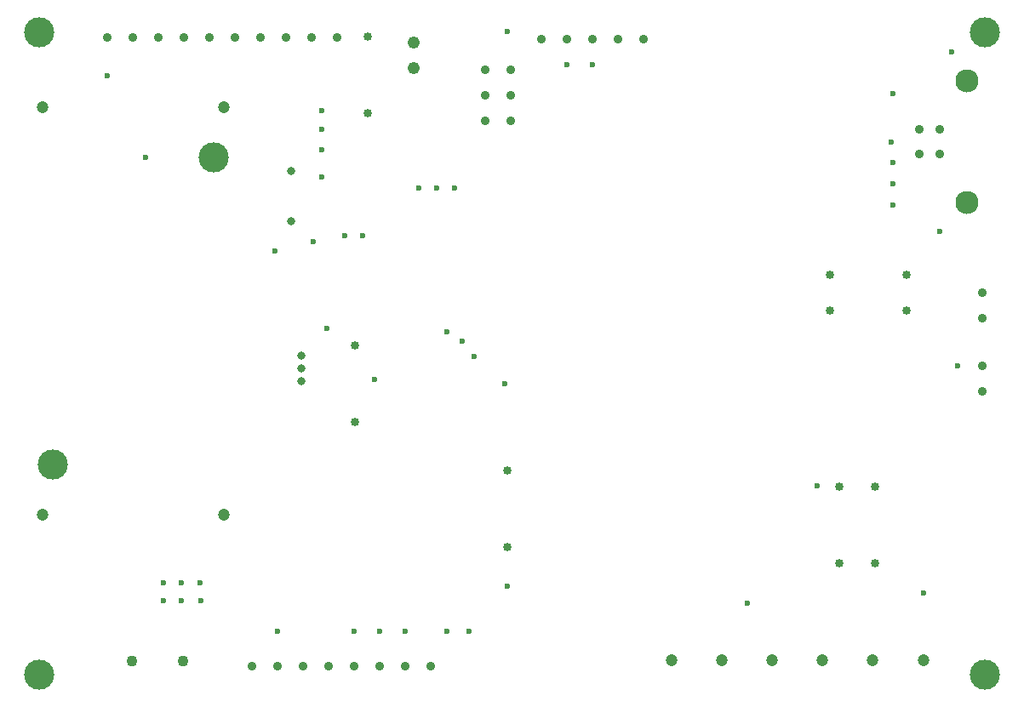
<source format=gbr>
%TF.GenerationSoftware,Altium Limited,Altium Designer,22.8.2 (66)*%
G04 Layer_Color=0*
%FSLAX45Y45*%
%MOMM*%
%TF.SameCoordinates,BD556100-397B-4985-8EB5-C039F1F1876F*%
%TF.FilePolarity,Positive*%
%TF.FileFunction,Plated,1,2,PTH,Drill*%
%TF.Part,Single*%
G01*
G75*
%TA.AperFunction,ComponentDrill*%
%ADD97C,1.20000*%
%ADD98C,3.00000*%
%ADD99C,0.85000*%
%ADD100C,0.90000*%
%ADD101C,0.80000*%
%ADD102C,0.90000*%
%ADD103C,0.85000*%
%ADD104C,1.21000*%
%TA.AperFunction,OtherDrill,Pad Free-18 (3mm,67mm)*%
%ADD105C,3.00000*%
%TA.AperFunction,OtherDrill,Pad Free-18 (97mm,67mm)*%
%ADD106C,3.00000*%
%TA.AperFunction,OtherDrill,Pad Free-18 (97mm,3mm)*%
%ADD107C,3.00000*%
%TA.AperFunction,OtherDrill,Pad Free-18 (3mm,3mm)*%
%ADD108C,3.00000*%
%TA.AperFunction,ComponentDrill*%
%ADD109C,0.80000*%
%ADD110C,1.10000*%
%ADD111C,2.30000*%
%TA.AperFunction,ViaDrill,NotFilled*%
%ADD112C,0.60000*%
D97*
X332000Y1898300D02*
D03*
X2132000D02*
D03*
X332000Y5948300D02*
D03*
X2132000D02*
D03*
X9089900Y444500D02*
D03*
X8589900D02*
D03*
X8089900D02*
D03*
X7589900D02*
D03*
X7089900D02*
D03*
X6589900D02*
D03*
D98*
X2032000Y5448300D02*
D03*
X432000Y2398300D02*
D03*
D99*
X8166100Y3924300D02*
D03*
X8928100D02*
D03*
Y4279900D02*
D03*
X8166100D02*
D03*
X4953000Y1575800D02*
D03*
Y2335800D02*
D03*
D100*
X9680100Y3124200D02*
D03*
Y3378200D02*
D03*
X4737100Y6324600D02*
D03*
X4991100D02*
D03*
X4737100Y6070600D02*
D03*
X4991100D02*
D03*
X4737100Y5816600D02*
D03*
X4991100D02*
D03*
X9677400Y4102100D02*
D03*
Y3848100D02*
D03*
X9255000Y5733300D02*
D03*
Y5483300D02*
D03*
X9055000D02*
D03*
Y5733300D02*
D03*
D101*
X2908475Y3479800D02*
D03*
Y3225800D02*
D03*
Y3352800D02*
D03*
D102*
X977900Y6642100D02*
D03*
X1231900D02*
D03*
X1739900D02*
D03*
X1993900D02*
D03*
X2247900D02*
D03*
X2501900D02*
D03*
X2755900D02*
D03*
X3009900D02*
D03*
X3263900D02*
D03*
X1485900D02*
D03*
X4190778Y389521D02*
D03*
X3936778D02*
D03*
X3682778D02*
D03*
X3428778D02*
D03*
X3174778D02*
D03*
X2920778D02*
D03*
X2666778D02*
D03*
X2412778D02*
D03*
X5295900Y6629400D02*
D03*
X5549900D02*
D03*
X5803900D02*
D03*
X6057900D02*
D03*
X6311900D02*
D03*
D103*
X3568700Y6654800D02*
D03*
Y5892800D02*
D03*
X3441700Y3581400D02*
D03*
Y2819400D02*
D03*
X8610600Y1409700D02*
D03*
Y2171700D02*
D03*
X8255000D02*
D03*
Y1409700D02*
D03*
D104*
X4025900Y6591300D02*
D03*
Y6337300D02*
D03*
D105*
X300000Y6700000D02*
D03*
D106*
X9700000D02*
D03*
D107*
Y300000D02*
D03*
D108*
X300000D02*
D03*
D109*
X2806701Y5317300D02*
D03*
X2806699Y4817300D02*
D03*
D110*
X1219200Y437500D02*
D03*
X1727200D02*
D03*
D111*
X9525000Y6210300D02*
D03*
Y5006300D02*
D03*
D112*
X2641600Y4521200D02*
D03*
X1358900Y5448300D02*
D03*
X8039100Y2184400D02*
D03*
X9258300Y4711700D02*
D03*
X9372600Y6502400D02*
D03*
X8788400Y6083300D02*
D03*
X9436100Y3378200D02*
D03*
X1536700Y1219200D02*
D03*
X1714500D02*
D03*
X1900710Y1217899D02*
D03*
X1905000Y1041400D02*
D03*
X1714500D02*
D03*
X1534687Y1042382D02*
D03*
X2665240Y738360D02*
D03*
X4953000Y1181100D02*
D03*
X8788400Y4978400D02*
D03*
X8789800Y5185785D02*
D03*
X4925840Y3202160D02*
D03*
X4951240Y6707360D02*
D03*
X5549900Y6375400D02*
D03*
X5803900D02*
D03*
X3340100Y4673600D02*
D03*
X3162300Y3746500D02*
D03*
X3517900Y4673600D02*
D03*
X4432300Y5143500D02*
D03*
X4254500D02*
D03*
X4076700D02*
D03*
X3111500Y5257800D02*
D03*
Y5918200D02*
D03*
Y5524500D02*
D03*
Y5727700D02*
D03*
X9092475Y1120111D02*
D03*
X3632200Y3238500D02*
D03*
X4348300Y3713300D02*
D03*
X4508500Y3619500D02*
D03*
X4622800Y3467100D02*
D03*
X8788400Y5397500D02*
D03*
X8775700Y5600700D02*
D03*
X3022600Y4610100D02*
D03*
X977900Y6261100D02*
D03*
X4572000Y736600D02*
D03*
X4356100D02*
D03*
X3937000D02*
D03*
X3683000D02*
D03*
X3429000D02*
D03*
X7340600Y1016000D02*
D03*
%TF.MD5,a201f75ba30884b864e8a761dfcaf4d6*%
M02*

</source>
